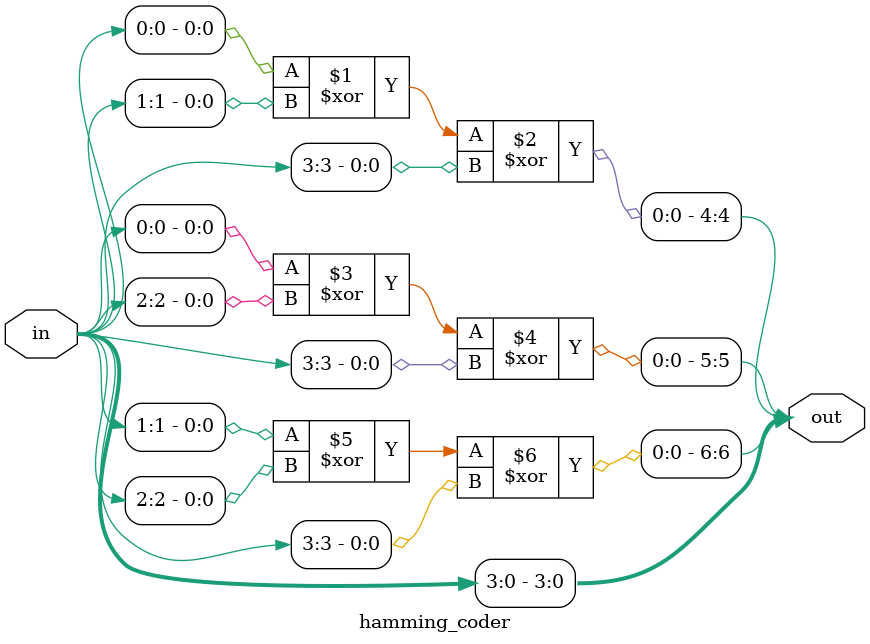
<source format=v>
module hamming_coder(input[3:0] in, output[6:0] out);

assign out[0] = in[0];
assign out[1] = in[1];
assign out[2] = in[2];
assign out[3] = in[3];
assign out[4] = in[0] ^ in[1] ^ in[3];
assign out[5] = in[0] ^ in[2] ^ in[3];
assign out[6] = in[1] ^ in[2] ^ in[3];

endmodule
</source>
